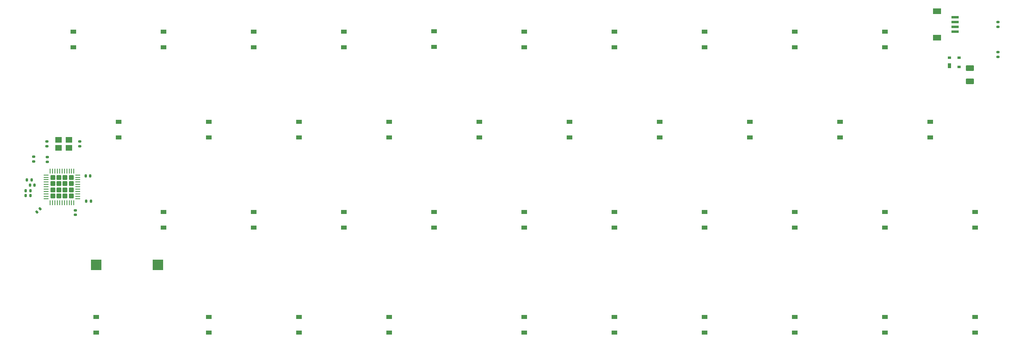
<source format=gbr>
%TF.GenerationSoftware,KiCad,Pcbnew,(6.0.7)*%
%TF.CreationDate,2022-12-24T21:51:58+01:00*%
%TF.ProjectId,Didaktik multilayout,44696461-6b74-4696-9b20-6d756c74696c,rev?*%
%TF.SameCoordinates,Original*%
%TF.FileFunction,Paste,Bot*%
%TF.FilePolarity,Positive*%
%FSLAX46Y46*%
G04 Gerber Fmt 4.6, Leading zero omitted, Abs format (unit mm)*
G04 Created by KiCad (PCBNEW (6.0.7)) date 2022-12-24 21:51:58*
%MOMM*%
%LPD*%
G01*
G04 APERTURE LIST*
G04 Aperture macros list*
%AMRoundRect*
0 Rectangle with rounded corners*
0 $1 Rounding radius*
0 $2 $3 $4 $5 $6 $7 $8 $9 X,Y pos of 4 corners*
0 Add a 4 corners polygon primitive as box body*
4,1,4,$2,$3,$4,$5,$6,$7,$8,$9,$2,$3,0*
0 Add four circle primitives for the rounded corners*
1,1,$1+$1,$2,$3*
1,1,$1+$1,$4,$5*
1,1,$1+$1,$6,$7*
1,1,$1+$1,$8,$9*
0 Add four rect primitives between the rounded corners*
20,1,$1+$1,$2,$3,$4,$5,0*
20,1,$1+$1,$4,$5,$6,$7,0*
20,1,$1+$1,$6,$7,$8,$9,0*
20,1,$1+$1,$8,$9,$2,$3,0*%
G04 Aperture macros list end*
%ADD10R,1.200000X0.900000*%
%ADD11RoundRect,0.140000X0.170000X-0.140000X0.170000X0.140000X-0.170000X0.140000X-0.170000X-0.140000X0*%
%ADD12RoundRect,0.135000X-0.135000X-0.185000X0.135000X-0.185000X0.135000X0.185000X-0.135000X0.185000X0*%
%ADD13R,1.400000X1.200000*%
%ADD14RoundRect,0.250000X-0.275000X-0.275000X0.275000X-0.275000X0.275000X0.275000X-0.275000X0.275000X0*%
%ADD15RoundRect,0.062500X-0.475000X-0.062500X0.475000X-0.062500X0.475000X0.062500X-0.475000X0.062500X0*%
%ADD16RoundRect,0.062500X-0.062500X-0.475000X0.062500X-0.475000X0.062500X0.475000X-0.062500X0.475000X0*%
%ADD17RoundRect,0.250000X-0.625000X0.375000X-0.625000X-0.375000X0.625000X-0.375000X0.625000X0.375000X0*%
%ADD18R,1.800000X1.200000*%
%ADD19R,1.550000X0.600000*%
%ADD20RoundRect,0.140000X-0.170000X0.140000X-0.170000X-0.140000X0.170000X-0.140000X0.170000X0.140000X0*%
%ADD21RoundRect,0.135000X-0.185000X0.135000X-0.185000X-0.135000X0.185000X-0.135000X0.185000X0.135000X0*%
%ADD22RoundRect,0.135000X0.185000X-0.135000X0.185000X0.135000X-0.185000X0.135000X-0.185000X-0.135000X0*%
%ADD23R,0.700000X1.000000*%
%ADD24R,0.700000X0.600000*%
%ADD25RoundRect,0.140000X-0.140000X-0.170000X0.140000X-0.170000X0.140000X0.170000X-0.140000X0.170000X0*%
%ADD26RoundRect,0.140000X0.140000X0.170000X-0.140000X0.170000X-0.140000X-0.170000X0.140000X-0.170000X0*%
%ADD27R,2.300000X2.300000*%
%ADD28RoundRect,0.140000X-0.021213X0.219203X-0.219203X0.021213X0.021213X-0.219203X0.219203X-0.021213X0*%
G04 APERTURE END LIST*
D10*
%TO.C,D29*%
X177800000Y-103250000D03*
X177800000Y-99950000D03*
%TD*%
%TO.C,D6*%
X73025000Y-61975000D03*
X73025000Y-58675000D03*
%TD*%
D11*
%TO.C,C1*%
X38925500Y-67119250D03*
X38925500Y-66159250D03*
%TD*%
D10*
%TO.C,D14*%
X111125000Y-61975000D03*
X111125000Y-58675000D03*
%TD*%
%TO.C,D40*%
X234950000Y-81025000D03*
X234950000Y-77725000D03*
%TD*%
%TO.C,D8*%
X73025000Y-103250000D03*
X73025000Y-99950000D03*
%TD*%
%TO.C,D3*%
X63500000Y-81025000D03*
X63500000Y-77725000D03*
%TD*%
%TO.C,D36*%
X215900000Y-81025000D03*
X215900000Y-77725000D03*
%TD*%
%TO.C,D32*%
X196850000Y-81025000D03*
X196850000Y-77725000D03*
%TD*%
D11*
%TO.C,C4*%
X38798500Y-63817250D03*
X38798500Y-62857250D03*
%TD*%
D10*
%TO.C,D1*%
X44450000Y-42925000D03*
X44450000Y-39625000D03*
%TD*%
D12*
%TO.C,R4*%
X47115000Y-75438000D03*
X48135000Y-75438000D03*
%TD*%
D13*
%TO.C,Y1*%
X43454500Y-64187250D03*
X41254500Y-64187250D03*
X41254500Y-62487250D03*
X43454500Y-62487250D03*
%TD*%
D10*
%TO.C,D15*%
X120650000Y-81025000D03*
X120650000Y-77725000D03*
%TD*%
D14*
%TO.C,U1*%
X42687000Y-70467750D03*
X40087000Y-70467750D03*
X43987000Y-70467750D03*
X41387000Y-74367750D03*
X40087000Y-73067750D03*
X42687000Y-73067750D03*
X42687000Y-71767750D03*
X43987000Y-71767750D03*
X41387000Y-70467750D03*
X41387000Y-71767750D03*
X41387000Y-73067750D03*
X42687000Y-74367750D03*
X40087000Y-74367750D03*
X43987000Y-73067750D03*
X40087000Y-71767750D03*
X43987000Y-74367750D03*
D15*
X38699500Y-74917750D03*
X38699500Y-74417750D03*
X38699500Y-73917750D03*
X38699500Y-73417750D03*
X38699500Y-72917750D03*
X38699500Y-72417750D03*
X38699500Y-71917750D03*
X38699500Y-71417750D03*
X38699500Y-70917750D03*
X38699500Y-70417750D03*
X38699500Y-69917750D03*
D16*
X39537000Y-69080250D03*
X40037000Y-69080250D03*
X40537000Y-69080250D03*
X41037000Y-69080250D03*
X41537000Y-69080250D03*
X42037000Y-69080250D03*
X42537000Y-69080250D03*
X43037000Y-69080250D03*
X43537000Y-69080250D03*
X44037000Y-69080250D03*
X44537000Y-69080250D03*
D15*
X45374500Y-69917750D03*
X45374500Y-70417750D03*
X45374500Y-70917750D03*
X45374500Y-71417750D03*
X45374500Y-71917750D03*
X45374500Y-72417750D03*
X45374500Y-72917750D03*
X45374500Y-73417750D03*
X45374500Y-73917750D03*
X45374500Y-74417750D03*
X45374500Y-74917750D03*
D16*
X44537000Y-75755250D03*
X44037000Y-75755250D03*
X43537000Y-75755250D03*
X43037000Y-75755250D03*
X42537000Y-75755250D03*
X42037000Y-75755250D03*
X41537000Y-75755250D03*
X41037000Y-75755250D03*
X40537000Y-75755250D03*
X40037000Y-75755250D03*
X39537000Y-75755250D03*
%TD*%
D10*
%TO.C,D34*%
X196850000Y-42925000D03*
X196850000Y-39625000D03*
%TD*%
%TO.C,D23*%
X158750000Y-81025000D03*
X158750000Y-77725000D03*
%TD*%
%TO.C,D21*%
X139700000Y-42925000D03*
X139700000Y-39625000D03*
%TD*%
%TO.C,D39*%
X225425000Y-61975000D03*
X225425000Y-58675000D03*
%TD*%
%TO.C,D30*%
X177800000Y-42925000D03*
X177800000Y-39625000D03*
%TD*%
%TO.C,D41*%
X234950000Y-103250000D03*
X234950000Y-99950000D03*
%TD*%
%TO.C,D20*%
X139700000Y-103250000D03*
X139700000Y-99950000D03*
%TD*%
%TO.C,D24*%
X158750000Y-103250000D03*
X158750000Y-99950000D03*
%TD*%
D17*
%TO.C,F1*%
X233807000Y-47368000D03*
X233807000Y-50168000D03*
%TD*%
D10*
%TO.C,D26*%
X158750000Y-42925000D03*
X158750000Y-39625000D03*
%TD*%
%TO.C,D22*%
X149225000Y-61975000D03*
X149225000Y-58675000D03*
%TD*%
D18*
%TO.C,J1*%
X226850000Y-35300000D03*
X226850000Y-40900000D03*
D19*
X230725000Y-39600000D03*
X230725000Y-38600000D03*
X230725000Y-37600000D03*
X230725000Y-36600000D03*
%TD*%
D10*
%TO.C,D13*%
X101600000Y-42925000D03*
X101600000Y-39625000D03*
%TD*%
D20*
%TO.C,C3*%
X45783500Y-62857250D03*
X45783500Y-63817250D03*
%TD*%
D10*
%TO.C,D7*%
X82550000Y-81025000D03*
X82550000Y-77725000D03*
%TD*%
%TO.C,D4*%
X49212500Y-103250000D03*
X49212500Y-99950000D03*
%TD*%
D12*
%TO.C,R2*%
X34351500Y-73243250D03*
X35371500Y-73243250D03*
%TD*%
D10*
%TO.C,D38*%
X215900000Y-42925000D03*
X215900000Y-39625000D03*
%TD*%
D21*
%TO.C,R3*%
X36068000Y-66065750D03*
X36068000Y-67085750D03*
%TD*%
D10*
%TO.C,D31*%
X187325000Y-61975000D03*
X187325000Y-58675000D03*
%TD*%
%TO.C,D2*%
X53975000Y-61975000D03*
X53975000Y-58675000D03*
%TD*%
%TO.C,D9*%
X82550000Y-42925000D03*
X82550000Y-39625000D03*
%TD*%
%TO.C,D12*%
X92075000Y-103250000D03*
X92075000Y-99950000D03*
%TD*%
%TO.C,D35*%
X206375000Y-61975000D03*
X206375000Y-58675000D03*
%TD*%
D22*
%TO.C,R9*%
X239769074Y-38610000D03*
X239769074Y-37590000D03*
%TD*%
D10*
%TO.C,D33*%
X196850000Y-103250000D03*
X196850000Y-99950000D03*
%TD*%
%TO.C,D17*%
X120650000Y-42862500D03*
X120650000Y-39562500D03*
%TD*%
%TO.C,D27*%
X168275000Y-61975000D03*
X168275000Y-58675000D03*
%TD*%
D23*
%TO.C,D25*%
X229505000Y-46851000D03*
D24*
X229505000Y-45151000D03*
X231505000Y-45151000D03*
X231505000Y-47051000D03*
%TD*%
D10*
%TO.C,D16*%
X111125000Y-103250000D03*
X111125000Y-99950000D03*
%TD*%
%TO.C,D28*%
X177800000Y-81025000D03*
X177800000Y-77725000D03*
%TD*%
%TO.C,D18*%
X130175000Y-61975000D03*
X130175000Y-58675000D03*
%TD*%
D22*
%TO.C,R8*%
X239712500Y-44960000D03*
X239712500Y-43940000D03*
%TD*%
D10*
%TO.C,D5*%
X63500000Y-42925000D03*
X63500000Y-39625000D03*
%TD*%
%TO.C,D19*%
X139700000Y-81025000D03*
X139700000Y-77725000D03*
%TD*%
D25*
%TO.C,C5*%
X47018000Y-70104000D03*
X47978000Y-70104000D03*
%TD*%
D10*
%TO.C,D10*%
X92075000Y-61975000D03*
X92075000Y-58675000D03*
%TD*%
D12*
%TO.C,R1*%
X34351500Y-74259250D03*
X35371500Y-74259250D03*
%TD*%
D20*
%TO.C,C7*%
X44831000Y-77371000D03*
X44831000Y-78331000D03*
%TD*%
D26*
%TO.C,C6*%
X36230500Y-72100250D03*
X35270500Y-72100250D03*
%TD*%
D27*
%TO.C,LS1*%
X62253000Y-88900000D03*
X49253000Y-88900000D03*
%TD*%
D10*
%TO.C,D37*%
X215900000Y-103250000D03*
X215900000Y-99950000D03*
%TD*%
D28*
%TO.C,C2*%
X37359911Y-77094839D03*
X36681089Y-77773661D03*
%TD*%
D26*
%TO.C,C8*%
X35595500Y-70957250D03*
X34635500Y-70957250D03*
%TD*%
D10*
%TO.C,D11*%
X101600000Y-81025000D03*
X101600000Y-77725000D03*
%TD*%
M02*

</source>
